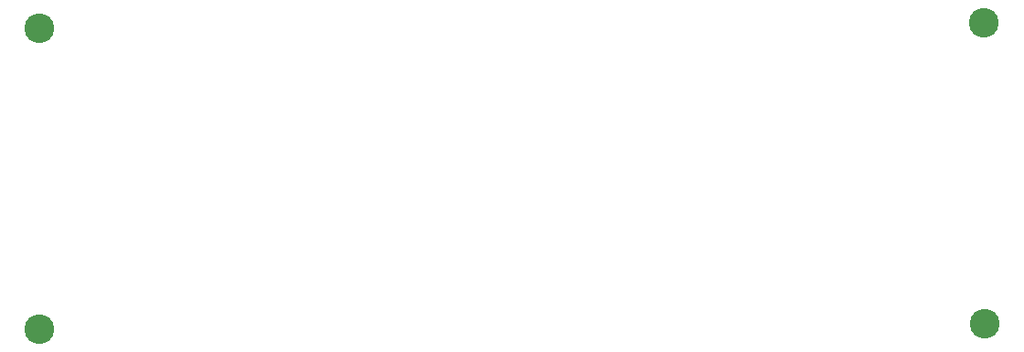
<source format=gbr>
%TF.GenerationSoftware,Novarm,DipTrace,3.0.0.2*%
%TF.CreationDate,2017-02-07T17:04:26+02:00*%
%FSLAX26Y26*%
%MOIN*%
%TF.FileFunction,NonPlated,1,2,NPTH,Drill*%
%TF.Part,Single*%
%TA.AperFunction,MechanicalDrill*%
%ADD49C,0.108268*%
G75*
G01*
D49*
X569000Y556500D3*
Y1656500D3*
X4012420Y1675726D3*
X4016001Y574629D3*
M02*

</source>
